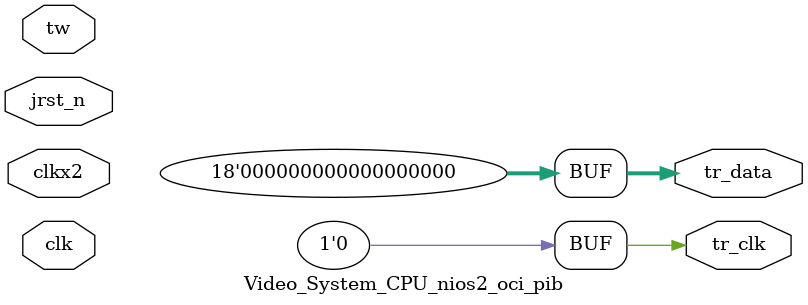
<source format=v>
module Video_System_CPU_nios2_oci_pib (
                                         clk,
                                         clkx2,
                                         jrst_n,
                                         tw,
                                         tr_clk,
                                         tr_data
                                      )
;
  output           tr_clk;
  output  [ 17: 0] tr_data;
  input            clk;
  input            clkx2;
  input            jrst_n;
  input   [ 35: 0] tw;
  wire             phase;
  wire             tr_clk;
  reg              tr_clk_reg ;
  wire    [ 17: 0] tr_data;
  reg     [ 17: 0] tr_data_reg ;
  reg              x1 ;
  reg              x2 ;
  assign phase = x1^x2;
  always @(posedge clk or negedge jrst_n)
    begin
      if (jrst_n == 0)
          x1 <= 0;
      else 
        x1 <= ~x1;
    end
  always @(posedge clkx2 or negedge jrst_n)
    begin
      if (jrst_n == 0)
        begin
          x2 <= 0;
          tr_clk_reg <= 0;
          tr_data_reg <= 0;
        end
      else 
        begin
          x2 <= x1;
          tr_clk_reg <= ~phase;
          tr_data_reg <= phase ?   tw[17 : 0] :   tw[35 : 18];
        end
    end
  assign tr_clk = 0 ? tr_clk_reg : 0;
  assign tr_data = 0 ? tr_data_reg : 0;
endmodule
</source>
